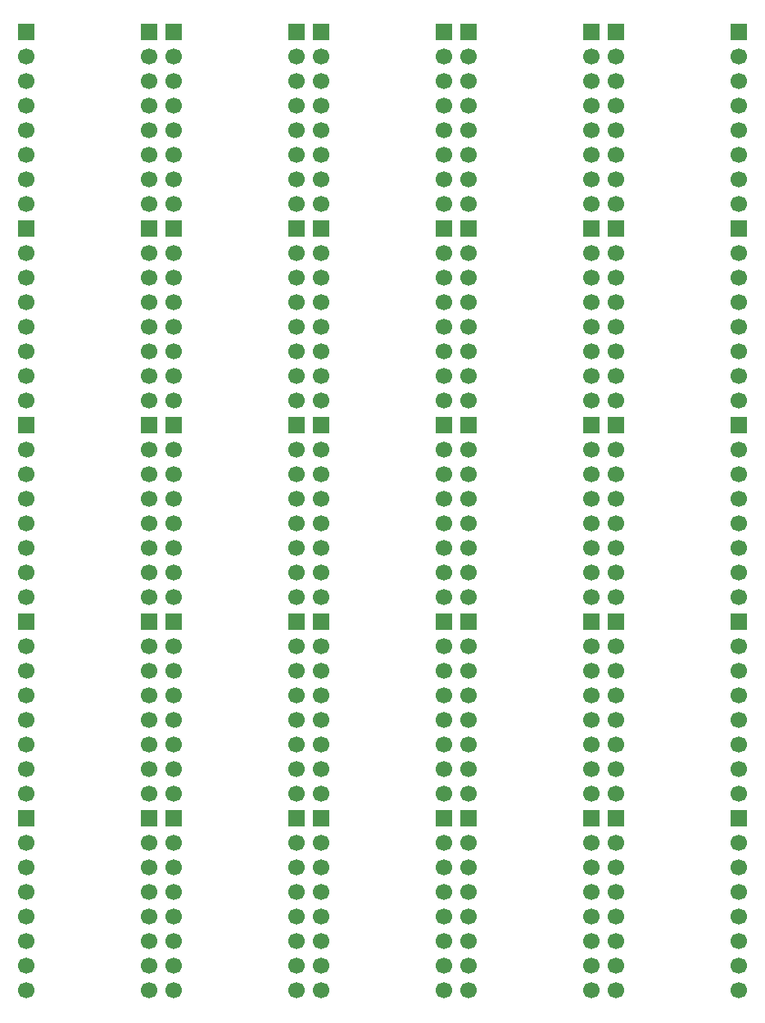
<source format=gbr>
G04 DipTrace 3.3.1.3*
G04 BottomMask.gbr*
%MOIN*%
G04 #@! TF.FileFunction,Soldermask,Bot*
G04 #@! TF.Part,Single*
%ADD33C,0.066935*%
%ADD35R,0.066935X0.066935*%
%FSLAX26Y26*%
G04*
G70*
G90*
G75*
G01*
G04 BotMask*
%LPD*%
D35*
X943700Y1143700D3*
X443700D3*
D33*
Y1043700D3*
Y943700D3*
Y843700D3*
Y743700D3*
Y643700D3*
Y543700D3*
Y443700D3*
X943700Y1043700D3*
Y943700D3*
Y843700D3*
Y743700D3*
Y643700D3*
Y543700D3*
Y443700D3*
D35*
X1543700Y1143700D3*
X1043700D3*
D33*
Y1043700D3*
Y943700D3*
Y843700D3*
Y743700D3*
Y643700D3*
Y543700D3*
Y443700D3*
X1543700Y1043700D3*
Y943700D3*
Y843700D3*
Y743700D3*
Y643700D3*
Y543700D3*
Y443700D3*
D35*
X2143700Y1143700D3*
X1643700D3*
D33*
Y1043700D3*
Y943700D3*
Y843700D3*
Y743700D3*
Y643700D3*
Y543700D3*
Y443700D3*
X2143700Y1043700D3*
Y943700D3*
Y843700D3*
Y743700D3*
Y643700D3*
Y543700D3*
Y443700D3*
D35*
X2743700Y1143700D3*
X2243700D3*
D33*
Y1043700D3*
Y943700D3*
Y843700D3*
Y743700D3*
Y643700D3*
Y543700D3*
Y443700D3*
X2743700Y1043700D3*
Y943700D3*
Y843700D3*
Y743700D3*
Y643700D3*
Y543700D3*
Y443700D3*
D35*
X3343700Y1143700D3*
X2843700D3*
D33*
Y1043700D3*
Y943700D3*
Y843700D3*
Y743700D3*
Y643700D3*
Y543700D3*
Y443700D3*
X3343700Y1043700D3*
Y943700D3*
Y843700D3*
Y743700D3*
Y643700D3*
Y543700D3*
Y443700D3*
D35*
X943700Y1943700D3*
X443700D3*
D33*
Y1843700D3*
Y1743700D3*
Y1643700D3*
Y1543700D3*
Y1443700D3*
Y1343700D3*
Y1243700D3*
X943700Y1843700D3*
Y1743700D3*
Y1643700D3*
Y1543700D3*
Y1443700D3*
Y1343700D3*
Y1243700D3*
D35*
X1543700Y1943700D3*
X1043700D3*
D33*
Y1843700D3*
Y1743700D3*
Y1643700D3*
Y1543700D3*
Y1443700D3*
Y1343700D3*
Y1243700D3*
X1543700Y1843700D3*
Y1743700D3*
Y1643700D3*
Y1543700D3*
Y1443700D3*
Y1343700D3*
Y1243700D3*
D35*
X2143700Y1943700D3*
X1643700D3*
D33*
Y1843700D3*
Y1743700D3*
Y1643700D3*
Y1543700D3*
Y1443700D3*
Y1343700D3*
Y1243700D3*
X2143700Y1843700D3*
Y1743700D3*
Y1643700D3*
Y1543700D3*
Y1443700D3*
Y1343700D3*
Y1243700D3*
D35*
X2743700Y1943700D3*
X2243700D3*
D33*
Y1843700D3*
Y1743700D3*
Y1643700D3*
Y1543700D3*
Y1443700D3*
Y1343700D3*
Y1243700D3*
X2743700Y1843700D3*
Y1743700D3*
Y1643700D3*
Y1543700D3*
Y1443700D3*
Y1343700D3*
Y1243700D3*
D35*
X3343700Y1943700D3*
X2843700D3*
D33*
Y1843700D3*
Y1743700D3*
Y1643700D3*
Y1543700D3*
Y1443700D3*
Y1343700D3*
Y1243700D3*
X3343700Y1843700D3*
Y1743700D3*
Y1643700D3*
Y1543700D3*
Y1443700D3*
Y1343700D3*
Y1243700D3*
D35*
X943700Y2743700D3*
X443700D3*
D33*
Y2643700D3*
Y2543700D3*
Y2443700D3*
Y2343700D3*
Y2243700D3*
Y2143700D3*
Y2043700D3*
X943700Y2643700D3*
Y2543700D3*
Y2443700D3*
Y2343700D3*
Y2243700D3*
Y2143700D3*
Y2043700D3*
D35*
X1543700Y2743700D3*
X1043700D3*
D33*
Y2643700D3*
Y2543700D3*
Y2443700D3*
Y2343700D3*
Y2243700D3*
Y2143700D3*
Y2043700D3*
X1543700Y2643700D3*
Y2543700D3*
Y2443700D3*
Y2343700D3*
Y2243700D3*
Y2143700D3*
Y2043700D3*
D35*
X2143700Y2743700D3*
X1643700D3*
D33*
Y2643700D3*
Y2543700D3*
Y2443700D3*
Y2343700D3*
Y2243700D3*
Y2143700D3*
Y2043700D3*
X2143700Y2643700D3*
Y2543700D3*
Y2443700D3*
Y2343700D3*
Y2243700D3*
Y2143700D3*
Y2043700D3*
D35*
X2743700Y2743700D3*
X2243700D3*
D33*
Y2643700D3*
Y2543700D3*
Y2443700D3*
Y2343700D3*
Y2243700D3*
Y2143700D3*
Y2043700D3*
X2743700Y2643700D3*
Y2543700D3*
Y2443700D3*
Y2343700D3*
Y2243700D3*
Y2143700D3*
Y2043700D3*
D35*
X3343700Y2743700D3*
X2843700D3*
D33*
Y2643700D3*
Y2543700D3*
Y2443700D3*
Y2343700D3*
Y2243700D3*
Y2143700D3*
Y2043700D3*
X3343700Y2643700D3*
Y2543700D3*
Y2443700D3*
Y2343700D3*
Y2243700D3*
Y2143700D3*
Y2043700D3*
D35*
X943700Y3543700D3*
X443700D3*
D33*
Y3443700D3*
Y3343700D3*
Y3243700D3*
Y3143700D3*
Y3043700D3*
Y2943700D3*
Y2843700D3*
X943700Y3443700D3*
Y3343700D3*
Y3243700D3*
Y3143700D3*
Y3043700D3*
Y2943700D3*
Y2843700D3*
D35*
X1543700Y3543700D3*
X1043700D3*
D33*
Y3443700D3*
Y3343700D3*
Y3243700D3*
Y3143700D3*
Y3043700D3*
Y2943700D3*
Y2843700D3*
X1543700Y3443700D3*
Y3343700D3*
Y3243700D3*
Y3143700D3*
Y3043700D3*
Y2943700D3*
Y2843700D3*
D35*
X2143700Y3543700D3*
X1643700D3*
D33*
Y3443700D3*
Y3343700D3*
Y3243700D3*
Y3143700D3*
Y3043700D3*
Y2943700D3*
Y2843700D3*
X2143700Y3443700D3*
Y3343700D3*
Y3243700D3*
Y3143700D3*
Y3043700D3*
Y2943700D3*
Y2843700D3*
D35*
X2743700Y3543700D3*
X2243700D3*
D33*
Y3443700D3*
Y3343700D3*
Y3243700D3*
Y3143700D3*
Y3043700D3*
Y2943700D3*
Y2843700D3*
X2743700Y3443700D3*
Y3343700D3*
Y3243700D3*
Y3143700D3*
Y3043700D3*
Y2943700D3*
Y2843700D3*
D35*
X3343700Y3543700D3*
X2843700D3*
D33*
Y3443700D3*
Y3343700D3*
Y3243700D3*
Y3143700D3*
Y3043700D3*
Y2943700D3*
Y2843700D3*
X3343700Y3443700D3*
Y3343700D3*
Y3243700D3*
Y3143700D3*
Y3043700D3*
Y2943700D3*
Y2843700D3*
D35*
X943700Y4343700D3*
X443700D3*
D33*
Y4243700D3*
Y4143700D3*
Y4043700D3*
Y3943700D3*
Y3843700D3*
Y3743700D3*
Y3643700D3*
X943700Y4243700D3*
Y4143700D3*
Y4043700D3*
Y3943700D3*
Y3843700D3*
Y3743700D3*
Y3643700D3*
D35*
X1543700Y4343700D3*
X1043700D3*
D33*
Y4243700D3*
Y4143700D3*
Y4043700D3*
Y3943700D3*
Y3843700D3*
Y3743700D3*
Y3643700D3*
X1543700Y4243700D3*
Y4143700D3*
Y4043700D3*
Y3943700D3*
Y3843700D3*
Y3743700D3*
Y3643700D3*
D35*
X2143700Y4343700D3*
X1643700D3*
D33*
Y4243700D3*
Y4143700D3*
Y4043700D3*
Y3943700D3*
Y3843700D3*
Y3743700D3*
Y3643700D3*
X2143700Y4243700D3*
Y4143700D3*
Y4043700D3*
Y3943700D3*
Y3843700D3*
Y3743700D3*
Y3643700D3*
D35*
X2743700Y4343700D3*
X2243700D3*
D33*
Y4243700D3*
Y4143700D3*
Y4043700D3*
Y3943700D3*
Y3843700D3*
Y3743700D3*
Y3643700D3*
X2743700Y4243700D3*
Y4143700D3*
Y4043700D3*
Y3943700D3*
Y3843700D3*
Y3743700D3*
Y3643700D3*
D35*
X3343700Y4343700D3*
X2843700D3*
D33*
Y4243700D3*
Y4143700D3*
Y4043700D3*
Y3943700D3*
Y3843700D3*
Y3743700D3*
Y3643700D3*
X3343700Y4243700D3*
Y4143700D3*
Y4043700D3*
Y3943700D3*
Y3843700D3*
Y3743700D3*
Y3643700D3*
M02*

</source>
